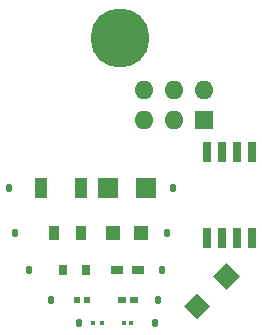
<source format=gts>
G04 #@! TF.FileFunction,Soldermask,Top*
%FSLAX46Y46*%
G04 Gerber Fmt 4.6, Leading zero omitted, Abs format (unit mm)*
G04 Created by KiCad (PCBNEW 4.0.7) date 08/30/18 22:11:47*
%MOMM*%
%LPD*%
G01*
G04 APERTURE LIST*
%ADD10C,0.100000*%
%ADD11C,5.000000*%
%ADD12R,0.400000X0.400000*%
%ADD13R,0.700000X0.600000*%
%ADD14O,1.600000X1.600000*%
%ADD15R,1.600000X1.600000*%
%ADD16R,1.700000X1.800860*%
%ADD17R,1.300000X1.198880*%
%ADD18R,1.000000X0.797560*%
%ADD19R,0.650000X1.700000*%
%ADD20O,0.508000X0.762000*%
%ADD21R,1.100000X1.700000*%
%ADD22R,0.900000X1.300000*%
%ADD23R,0.700000X0.900000*%
%ADD24R,0.600000X0.600000*%
%ADD25R,0.450000X0.430000*%
G04 APERTURE END LIST*
D10*
D11*
X207645000Y-79375000D03*
D12*
X207980000Y-103505000D03*
X208580000Y-103505000D03*
D13*
X207780000Y-101600000D03*
X208780000Y-101600000D03*
D10*
G36*
X216649236Y-98449393D02*
X217780607Y-99580764D01*
X216649236Y-100712135D01*
X215517865Y-99580764D01*
X216649236Y-98449393D01*
X216649236Y-98449393D01*
G37*
G36*
X214134764Y-100963865D02*
X215266135Y-102095236D01*
X214134764Y-103226607D01*
X213003393Y-102095236D01*
X214134764Y-100963865D01*
X214134764Y-100963865D01*
G37*
D14*
X214757000Y-83820000D03*
D15*
X214757000Y-86360000D03*
D14*
X212217000Y-83820000D03*
X212217000Y-86360000D03*
X209677000Y-83820000D03*
X209677000Y-86360000D03*
D16*
X209804000Y-92075000D03*
X206629000Y-92075000D03*
D17*
X209423000Y-95885000D03*
X207010000Y-95885000D03*
D18*
X209169000Y-99060000D03*
X207391000Y-99060000D03*
D19*
X215011000Y-96360000D03*
X216281000Y-96360000D03*
X217551000Y-96360000D03*
X218821000Y-96360000D03*
X218821000Y-89060000D03*
X217551000Y-89060000D03*
X216281000Y-89060000D03*
X215011000Y-89060000D03*
D20*
X212090000Y-92075000D03*
X211582000Y-95885000D03*
X211201000Y-99060000D03*
X210820000Y-101600000D03*
X210566000Y-103505000D03*
X198247000Y-92075000D03*
X198691500Y-95885000D03*
X199898000Y-99060000D03*
X201739500Y-101600000D03*
X204152500Y-103505000D03*
D21*
X204343000Y-92075000D03*
X200914000Y-92075000D03*
D22*
X204343000Y-95885000D03*
X202057000Y-95885000D03*
D23*
X204724000Y-99060000D03*
X202819000Y-99060000D03*
D24*
X204870000Y-101600000D03*
X203970000Y-101600000D03*
D25*
X206140000Y-103505000D03*
X205340000Y-103505000D03*
M02*

</source>
